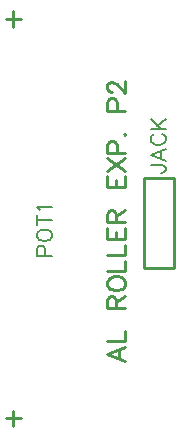
<source format=gbr>
G04 DipTrace 2.4.0.2*
%INTopSilk.gbr*%
%MOIN*%
%ADD10C,0.0098*%
%ADD35C,0.0077*%
%ADD36C,0.0093*%
%FSLAX44Y44*%
G04*
G70*
G90*
G75*
G01*
%LNTopSilk*%
%LPD*%
X9878Y13941D2*
D10*
X8878D1*
Y10941D1*
X9878D1*
Y13941D1*
X9084Y14353D2*
D35*
X9466D1*
X9538Y14330D1*
X9562Y14305D1*
X9586Y14258D1*
Y14210D1*
X9562Y14162D1*
X9538Y14138D1*
X9466Y14114D1*
X9419D1*
X9586Y14891D2*
X9084Y14699D1*
X9586Y14508D1*
X9419Y14580D2*
Y14819D1*
X9203Y15404D2*
X9155Y15380D1*
X9107Y15332D1*
X9084Y15285D1*
Y15189D1*
X9107Y15141D1*
X9155Y15093D1*
X9203Y15069D1*
X9275Y15045D1*
X9395D1*
X9466Y15069D1*
X9514Y15093D1*
X9562Y15141D1*
X9586Y15189D1*
Y15285D1*
X9562Y15332D1*
X9514Y15380D1*
X9466Y15404D1*
X9084Y15558D2*
X9586D1*
X9084Y15893D2*
X9419Y15558D1*
X9299Y15678D2*
X9586Y15893D1*
X5559Y11343D2*
Y11559D1*
X5535Y11630D1*
X5511Y11654D1*
X5463Y11678D1*
X5391D1*
X5344Y11654D1*
X5319Y11630D1*
X5296Y11559D1*
Y11343D1*
X5798D1*
X5296Y11976D2*
X5319Y11928D1*
X5367Y11881D1*
X5415Y11856D1*
X5487Y11833D1*
X5607D1*
X5678Y11856D1*
X5726Y11881D1*
X5774Y11928D1*
X5798Y11976D1*
Y12072D1*
X5774Y12119D1*
X5726Y12167D1*
X5678Y12191D1*
X5607Y12215D1*
X5487D1*
X5415Y12191D1*
X5367Y12167D1*
X5319Y12119D1*
X5296Y12072D1*
Y11976D1*
Y12537D2*
X5798D1*
X5296Y12369D2*
Y12704D1*
X5392Y12859D2*
X5367Y12907D1*
X5296Y12979D1*
X5798D1*
X4511Y6177D2*
D36*
Y5661D1*
X4253Y5919D2*
X4769D1*
X4511Y19491D2*
Y18975D1*
X4253Y19233D2*
X4769D1*
X8242Y8306D2*
X7640Y8076D1*
X8242Y7847D1*
X8041Y7933D2*
Y8220D1*
X7640Y8492D2*
X8242D1*
Y8836D1*
X7927Y9604D2*
Y9862D1*
X7898Y9949D1*
X7869Y9978D1*
X7812Y10006D1*
X7754D1*
X7697Y9978D1*
X7668Y9949D1*
X7640Y9862D1*
Y9604D1*
X8242D1*
X7927Y9805D2*
X8242Y10006D1*
X7640Y10364D2*
X7668Y10306D1*
X7726Y10249D1*
X7783Y10220D1*
X7869Y10192D1*
X8013D1*
X8099Y10220D1*
X8156Y10249D1*
X8213Y10306D1*
X8242Y10364D1*
Y10479D1*
X8213Y10536D1*
X8156Y10593D1*
X8099Y10622D1*
X8013Y10651D1*
X7869D1*
X7783Y10622D1*
X7726Y10593D1*
X7668Y10536D1*
X7640Y10479D1*
Y10364D1*
Y10836D2*
X8242D1*
Y11180D1*
X7640Y11365D2*
X8242D1*
Y11710D1*
X7640Y12268D2*
Y11895D1*
X8242D1*
Y12268D1*
X7927Y11895D2*
Y12124D1*
Y12453D2*
Y12711D1*
X7898Y12797D1*
X7869Y12826D1*
X7812Y12855D1*
X7754D1*
X7697Y12826D1*
X7668Y12797D1*
X7640Y12711D1*
Y12453D1*
X8242D1*
X7927Y12654D2*
X8242Y12855D1*
X7640Y13996D2*
Y13623D1*
X8242D1*
Y13996D1*
X7927Y13623D2*
Y13853D1*
X7640Y14181D2*
X8242Y14583D1*
X7640D2*
X8242Y14181D1*
X7955Y14768D2*
Y15027D1*
X7927Y15113D1*
X7898Y15142D1*
X7841Y15170D1*
X7754D1*
X7697Y15142D1*
X7668Y15113D1*
X7640Y15027D1*
Y14768D1*
X8242D1*
X8185Y15384D2*
X8214Y15356D1*
X8242Y15384D1*
X8214Y15413D1*
X8185Y15384D1*
X7955Y16182D2*
Y16440D1*
X7927Y16526D1*
X7898Y16555D1*
X7841Y16584D1*
X7754D1*
X7697Y16555D1*
X7668Y16526D1*
X7640Y16440D1*
Y16182D1*
X8242D1*
X7783Y16798D2*
X7755D1*
X7697Y16827D1*
X7669Y16855D1*
X7640Y16913D1*
Y17028D1*
X7669Y17085D1*
X7697Y17113D1*
X7755Y17142D1*
X7812D1*
X7870Y17113D1*
X7955Y17056D1*
X8242Y16769D1*
Y17171D1*
M02*

</source>
